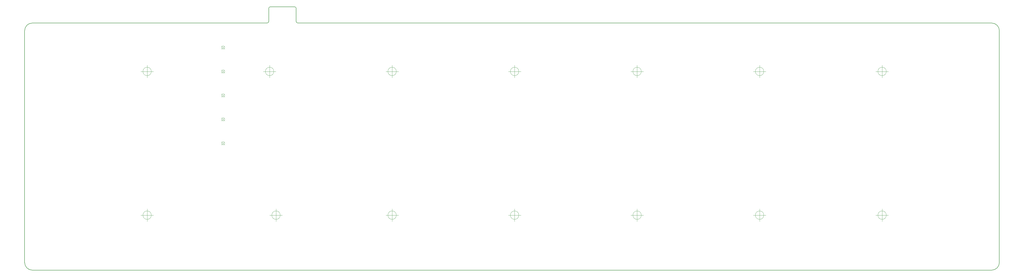
<source format=gm1>
%TF.GenerationSoftware,KiCad,Pcbnew,(5.99.0-2281-g2f31bf278)*%
%TF.CreationDate,2020-08-06T03:29:57-04:00*%
%TF.ProjectId,Sinister,53696e69-7374-4657-922e-6b696361645f,rev?*%
%TF.SameCoordinates,Original*%
%TF.FileFunction,Profile,NP*%
%FSLAX46Y46*%
G04 Gerber Fmt 4.6, Leading zero omitted, Abs format (unit mm)*
G04 Created by KiCad (PCBNEW (5.99.0-2281-g2f31bf278)) date 2020-08-06 03:29:57*
%MOMM*%
%LPD*%
G01*
G04 APERTURE LIST*
%TA.AperFunction,Profile*%
%ADD10C,0.038100*%
%TD*%
%TA.AperFunction,Profile*%
%ADD11C,0.200000*%
%TD*%
%TA.AperFunction,Profile*%
%ADD12C,0.100000*%
%TD*%
G04 APERTURE END LIST*
D10*
X246162449Y-71437500D02*
G75*
G03*
X246162449Y-71437500I-635000J0D01*
G01*
X244892449Y-70802500D02*
X246162449Y-72072500D01*
X244892449Y-72072500D02*
X246162449Y-70802500D01*
X246162449Y-52387500D02*
G75*
G03*
X246162449Y-52387500I-635000J0D01*
G01*
X244892449Y-51752500D02*
X246162449Y-53022500D01*
X244892449Y-53022500D02*
X246162449Y-51752500D01*
X246162449Y-42862500D02*
G75*
G03*
X246162449Y-42862500I-635000J0D01*
G01*
X244892449Y-42227500D02*
X246162449Y-43497500D01*
X244892449Y-43497500D02*
X246162449Y-42227500D01*
X246162449Y-33337500D02*
G75*
G03*
X246162449Y-33337500I-635000J0D01*
G01*
X244892449Y-32702500D02*
X246162449Y-33972500D01*
X244892449Y-33972500D02*
X246162449Y-32702500D01*
X246162449Y-61912500D02*
G75*
G03*
X246162449Y-61912500I-635000J0D01*
G01*
X244892449Y-61277500D02*
X246162449Y-62547500D01*
X244892449Y-62547500D02*
X246162449Y-61277500D01*
D11*
X275150200Y-23609299D02*
X550536999Y-23609300D01*
X275150200Y-23609299D02*
G75*
G02*
X274515200Y-22974299I0J635000D01*
G01*
X273880200Y-17132299D02*
G75*
G02*
X274515200Y-17767299I0J-635000D01*
G01*
X263618600Y-22974299D02*
G75*
G02*
X262983600Y-23609299I-635000J0D01*
G01*
X263618600Y-17767299D02*
G75*
G02*
X264253600Y-17132299I635000J0D01*
G01*
X273880200Y-17132299D02*
X264253600Y-17132299D01*
X274515200Y-22974299D02*
X274515200Y-17767299D01*
X263618600Y-22974299D02*
X263618600Y-17767299D01*
D12*
X217025265Y-100012500D02*
G75*
G03*
X217025265Y-100012500I-1666666J0D01*
G01*
X212858599Y-100012500D02*
X217858599Y-100012500D01*
X215358599Y-97512500D02*
X215358599Y-102512500D01*
X268180865Y-100012500D02*
G75*
G03*
X268180865Y-100012500I-1666666J0D01*
G01*
X264014199Y-100012500D02*
X269014199Y-100012500D01*
X266514199Y-97512500D02*
X266514199Y-102512500D01*
X314256465Y-100012500D02*
G75*
G03*
X314256465Y-100012500I-1666666J0D01*
G01*
X310089799Y-100012500D02*
X315089799Y-100012500D01*
X312589799Y-97512500D02*
X312589799Y-102512500D01*
X362872065Y-100012500D02*
G75*
G03*
X362872065Y-100012500I-1666666J0D01*
G01*
X358705399Y-100012500D02*
X363705399Y-100012500D01*
X361205399Y-97512500D02*
X361205399Y-102512500D01*
X411487665Y-100012500D02*
G75*
G03*
X411487665Y-100012500I-1666666J0D01*
G01*
X407320999Y-100012500D02*
X412320999Y-100012500D01*
X409820999Y-97512500D02*
X409820999Y-102512500D01*
X460103265Y-100012500D02*
G75*
G03*
X460103265Y-100012500I-1666666J0D01*
G01*
X455936599Y-100012500D02*
X460936599Y-100012500D01*
X458436599Y-97512500D02*
X458436599Y-102512500D01*
X508718865Y-100012500D02*
G75*
G03*
X508718865Y-100012500I-1666666J0D01*
G01*
X504552199Y-100012500D02*
X509552199Y-100012500D01*
X507052199Y-97512500D02*
X507052199Y-102512500D01*
X508718865Y-42862500D02*
G75*
G03*
X508718865Y-42862500I-1666666J0D01*
G01*
X504552199Y-42862500D02*
X509552199Y-42862500D01*
X507052199Y-40362500D02*
X507052199Y-45362500D01*
X460103265Y-42862500D02*
G75*
G03*
X460103265Y-42862500I-1666666J0D01*
G01*
X455936599Y-42862500D02*
X460936599Y-42862500D01*
X458436599Y-40362500D02*
X458436599Y-45362500D01*
X411487665Y-42862500D02*
G75*
G03*
X411487665Y-42862500I-1666666J0D01*
G01*
X407320999Y-42862500D02*
X412320999Y-42862500D01*
X409820999Y-40362500D02*
X409820999Y-45362500D01*
X362872065Y-42862500D02*
G75*
G03*
X362872065Y-42862500I-1666666J0D01*
G01*
X358705399Y-42862500D02*
X363705399Y-42862500D01*
X361205399Y-40362500D02*
X361205399Y-45362500D01*
X314256465Y-42862500D02*
G75*
G03*
X314256465Y-42862500I-1666666J0D01*
G01*
X310089799Y-42862500D02*
X315089799Y-42862500D01*
X312589799Y-40362500D02*
X312589799Y-45362500D01*
X265640865Y-42862500D02*
G75*
G03*
X265640865Y-42862500I-1666666J0D01*
G01*
X261474199Y-42862500D02*
X266474199Y-42862500D01*
X263974199Y-40362500D02*
X263974199Y-45362500D01*
X217025265Y-42862500D02*
G75*
G03*
X217025265Y-42862500I-1666666J0D01*
G01*
X212858599Y-42862500D02*
X217858599Y-42862500D01*
X215358599Y-40362500D02*
X215358599Y-45362500D01*
D11*
X166742998Y-26657298D02*
G75*
G02*
X169791000Y-23609298I3048001J-1D01*
G01*
X169790999Y-121881901D02*
G75*
G02*
X166742998Y-118833900I0J3048001D01*
G01*
X553585000Y-118833900D02*
G75*
G02*
X550536999Y-121881901I-3048001J0D01*
G01*
X550536999Y-23609300D02*
G75*
G02*
X553584999Y-26657300I0J-3048000D01*
G01*
X262983600Y-23609299D02*
X169791000Y-23609299D01*
X553584999Y-26657300D02*
X553585000Y-118833900D01*
X169790999Y-121881901D02*
X550536999Y-121881901D01*
X166742998Y-26657298D02*
X166742998Y-118833900D01*
M02*

</source>
